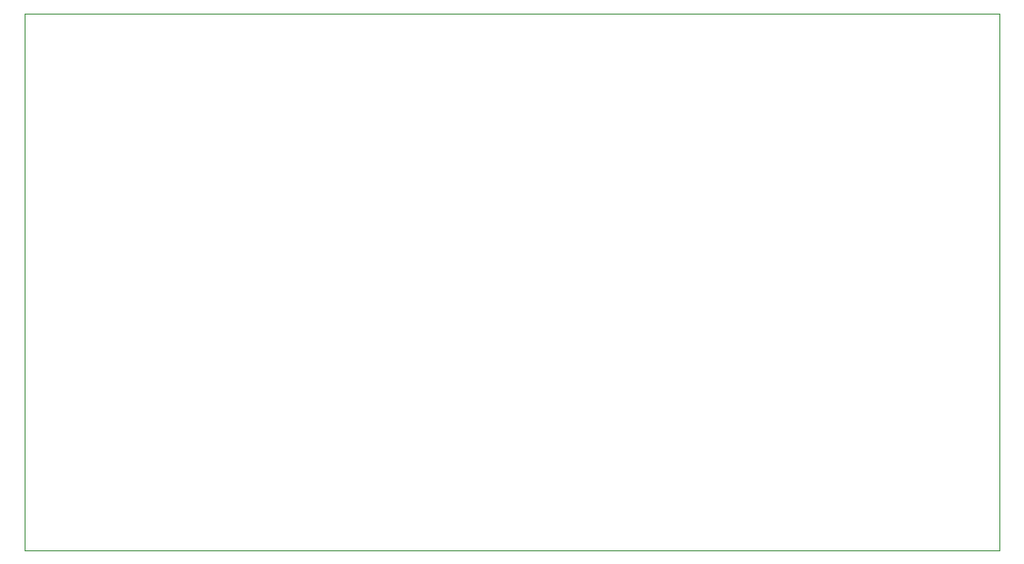
<source format=gm1>
%TF.GenerationSoftware,KiCad,Pcbnew,(6.0.11)*%
%TF.CreationDate,2023-06-26T18:15:52+10:00*%
%TF.ProjectId,LV_MASTER_A_SAMPLE,4c565f4d-4153-4544-9552-5f415f53414d,1*%
%TF.SameCoordinates,Original*%
%TF.FileFunction,Profile,NP*%
%FSLAX46Y46*%
G04 Gerber Fmt 4.6, Leading zero omitted, Abs format (unit mm)*
G04 Created by KiCad (PCBNEW (6.0.11)) date 2023-06-26 18:15:52*
%MOMM*%
%LPD*%
G01*
G04 APERTURE LIST*
%TA.AperFunction,Profile*%
%ADD10C,0.100000*%
%TD*%
G04 APERTURE END LIST*
D10*
X109474000Y-72263000D02*
X200025000Y-72263000D01*
X200025000Y-72263000D02*
X200025000Y-122174000D01*
X200025000Y-122174000D02*
X109474000Y-122174000D01*
X109474000Y-122174000D02*
X109474000Y-72263000D01*
M02*

</source>
